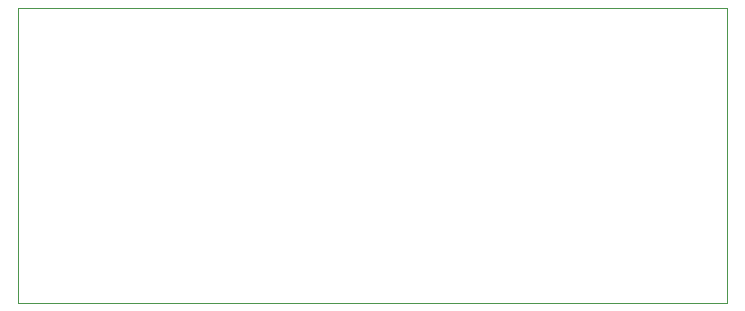
<source format=gbr>
%TF.GenerationSoftware,KiCad,Pcbnew,(6.0.6)*%
%TF.CreationDate,2022-07-04T15:46:39+03:00*%
%TF.ProjectId,gimble,67696d62-6c65-42e6-9b69-6361645f7063,0.2*%
%TF.SameCoordinates,Original*%
%TF.FileFunction,Profile,NP*%
%FSLAX46Y46*%
G04 Gerber Fmt 4.6, Leading zero omitted, Abs format (unit mm)*
G04 Created by KiCad (PCBNEW (6.0.6)) date 2022-07-04 15:46:39*
%MOMM*%
%LPD*%
G01*
G04 APERTURE LIST*
%TA.AperFunction,Profile*%
%ADD10C,0.100000*%
%TD*%
G04 APERTURE END LIST*
D10*
X100000000Y-50000000D02*
X160000000Y-50000000D01*
X160000000Y-50000000D02*
X160000000Y-75000000D01*
X160000000Y-75000000D02*
X100000000Y-75000000D01*
X100000000Y-75000000D02*
X100000000Y-50000000D01*
M02*

</source>
